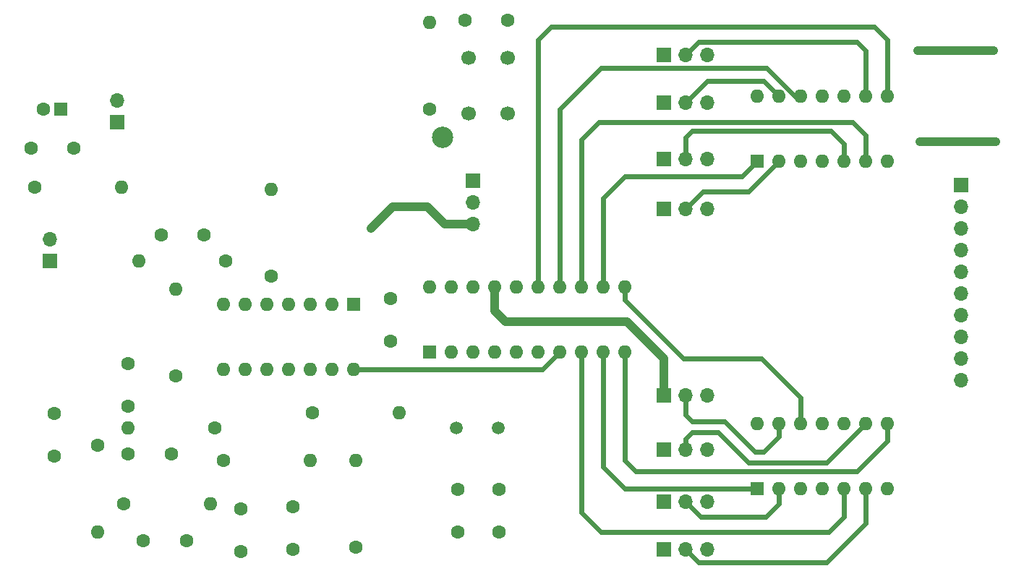
<source format=gbr>
%TF.GenerationSoftware,KiCad,Pcbnew,(6.0.0)*%
%TF.CreationDate,2022-01-24T17:50:55-05:00*%
%TF.ProjectId,VCP200 better,56435032-3030-4206-9265-747465722e6b,rev?*%
%TF.SameCoordinates,Original*%
%TF.FileFunction,Copper,L2,Bot*%
%TF.FilePolarity,Positive*%
%FSLAX46Y46*%
G04 Gerber Fmt 4.6, Leading zero omitted, Abs format (unit mm)*
G04 Created by KiCad (PCBNEW (6.0.0)) date 2022-01-24 17:50:55*
%MOMM*%
%LPD*%
G01*
G04 APERTURE LIST*
%TA.AperFunction,ComponentPad*%
%ADD10C,1.600000*%
%TD*%
%TA.AperFunction,ComponentPad*%
%ADD11R,1.700000X1.700000*%
%TD*%
%TA.AperFunction,ComponentPad*%
%ADD12O,1.700000X1.700000*%
%TD*%
%TA.AperFunction,ComponentPad*%
%ADD13C,2.500000*%
%TD*%
%TA.AperFunction,ComponentPad*%
%ADD14O,1.600000X1.600000*%
%TD*%
%TA.AperFunction,ComponentPad*%
%ADD15C,1.700000*%
%TD*%
%TA.AperFunction,ComponentPad*%
%ADD16R,1.600000X1.600000*%
%TD*%
%TA.AperFunction,ComponentPad*%
%ADD17C,1.500000*%
%TD*%
%TA.AperFunction,ViaPad*%
%ADD18C,0.800000*%
%TD*%
%TA.AperFunction,Conductor*%
%ADD19C,1.000000*%
%TD*%
%TA.AperFunction,Conductor*%
%ADD20C,0.600000*%
%TD*%
G04 APERTURE END LIST*
D10*
%TO.P,C1,1*%
%TO.N,Net-(C1-Pad1)*%
X118359000Y-107228000D03*
%TO.P,C1,2*%
%TO.N,Net-(C1-Pad2)*%
X118359000Y-112228000D03*
%TD*%
%TO.P,C5,1*%
%TO.N,Net-(C5-Pad1)*%
X135885000Y-86360000D03*
%TO.P,C5,2*%
%TO.N,Net-(C5-Pad2)*%
X130885000Y-86360000D03*
%TD*%
D11*
%TO.P,J1,1,Pin_1*%
%TO.N,GND*%
X125725000Y-73157000D03*
D12*
%TO.P,J1,2,Pin_2*%
%TO.N,+5V*%
X125725000Y-70617000D03*
%TD*%
D11*
%TO.P,MIC1,1,-*%
%TO.N,GND*%
X117851000Y-89413000D03*
D12*
%TO.P,MIC1,2,+*%
%TO.N,Net-(C1-Pad1)*%
X117851000Y-86873000D03*
%TD*%
D10*
%TO.P,C6,1*%
%TO.N,GND*%
X140203000Y-123404000D03*
%TO.P,C6,2*%
%TO.N,Net-(C6-Pad2)*%
X140203000Y-118404000D03*
%TD*%
%TO.P,C3,1*%
%TO.N,Net-(C2-Pad2)*%
X132035000Y-112014000D03*
%TO.P,C3,2*%
%TO.N,Net-(C3-Pad2)*%
X127035000Y-112014000D03*
%TD*%
%TO.P,C13,1*%
%TO.N,/RESET*%
X166410000Y-61214000D03*
%TO.P,C13,2*%
%TO.N,GND*%
X171410000Y-61214000D03*
%TD*%
D13*
%TO.P,/RESET,1*%
%TO.N,/RESET*%
X163830000Y-74930000D03*
%TD*%
D10*
%TO.P,R6,1*%
%TO.N,Net-(C4-Pad2)*%
X132583000Y-102870000D03*
D14*
%TO.P,R6,2*%
%TO.N,Net-(C5-Pad1)*%
X132583000Y-92710000D03*
%TD*%
D15*
%TO.P,SW1,1,1*%
%TO.N,/RESET*%
X166914000Y-72084000D03*
%TO.P,SW1,2,2*%
X166914000Y-65584000D03*
%TO.P,SW1,3,K*%
%TO.N,GND*%
X171414000Y-72084000D03*
%TO.P,SW1,4,A*%
X171414000Y-65584000D03*
%TD*%
D10*
%TO.P,R1,1*%
%TO.N,Net-(C1-Pad1)*%
X116073000Y-80772000D03*
D14*
%TO.P,R1,2*%
%TO.N,+5V*%
X126233000Y-80772000D03*
%TD*%
D16*
%TO.P,IC4,1*%
%TO.N,Net-(IC3-Pad9)*%
X200655000Y-116068000D03*
D14*
%TO.P,IC4,2*%
%TO.N,Net-(JU4-Pad2)*%
X203195000Y-116068000D03*
%TO.P,IC4,3*%
%TO.N,/TURN RIGHT{slash}YES-OFF*%
X205735000Y-116068000D03*
%TO.P,IC4,4*%
%TO.N,/GO{slash}ON-NO*%
X208275000Y-116068000D03*
%TO.P,IC4,5*%
%TO.N,Net-(IC3-Pad8)*%
X210815000Y-116068000D03*
%TO.P,IC4,6*%
%TO.N,Net-(JU3-Pad2)*%
X213355000Y-116068000D03*
%TO.P,IC4,7,VSS*%
%TO.N,unconnected-(IC4-Pad7)*%
X215895000Y-116068000D03*
%TO.P,IC4,8*%
%TO.N,Net-(IC3-Pad10)*%
X215895000Y-108448000D03*
%TO.P,IC4,9*%
%TO.N,Net-(IC4-Pad9)*%
X213355000Y-108448000D03*
%TO.P,IC4,10*%
%TO.N,/REVERSE{slash}NOT SURE*%
X210815000Y-108448000D03*
%TO.P,IC4,11*%
%TO.N,/SLOW*%
X208275000Y-108448000D03*
%TO.P,IC4,12*%
%TO.N,Net-(IC3-Pad11)*%
X205735000Y-108448000D03*
%TO.P,IC4,13*%
%TO.N,Net-(IC4-Pad13)*%
X203195000Y-108448000D03*
%TO.P,IC4,14,VDD*%
%TO.N,+5V*%
X200655000Y-108448000D03*
%TD*%
D10*
%TO.P,C10,1*%
%TO.N,GND*%
X170434000Y-121118000D03*
%TO.P,C10,2*%
%TO.N,Net-(C10-Pad2)*%
X170434000Y-116118000D03*
%TD*%
%TO.P,R5,1*%
%TO.N,Net-(C6-Pad2)*%
X143759000Y-91186000D03*
D14*
%TO.P,R5,2*%
%TO.N,+5V*%
X143759000Y-81026000D03*
%TD*%
D11*
%TO.P,JU1,1,Pin_1*%
%TO.N,+5V*%
X167386000Y-80010000D03*
D12*
%TO.P,JU1,2,Pin_2*%
%TO.N,Net-(IC3-Pad19)*%
X167386000Y-82550000D03*
%TO.P,JU1,3,Pin_3*%
%TO.N,GND*%
X167386000Y-85090000D03*
%TD*%
D10*
%TO.P,R10,1*%
%TO.N,Net-(C7-Pad2)*%
X148585000Y-107188000D03*
D14*
%TO.P,R10,2*%
%TO.N,Net-(IC1-Pad14)*%
X158745000Y-107188000D03*
%TD*%
D10*
%TO.P,R3,1*%
%TO.N,Net-(C2-Pad1)*%
X126487000Y-117856000D03*
D14*
%TO.P,R3,2*%
%TO.N,Net-(C2-Pad2)*%
X136647000Y-117856000D03*
%TD*%
D11*
%TO.P,J2,1,Pin_1*%
%TO.N,+5V*%
X224536000Y-80518000D03*
D12*
%TO.P,J2,2,Pin_2*%
%TO.N,/BUCKETS*%
X224536000Y-83058000D03*
%TO.P,J2,3,Pin_3*%
%TO.N,/LEFT TURN*%
X224536000Y-85598000D03*
%TO.P,J2,4,Pin_4*%
%TO.N,/TAXI*%
X224536000Y-88138000D03*
%TO.P,J2,5,Pin_5*%
%TO.N,/STOP*%
X224536000Y-90678000D03*
%TO.P,J2,6,Pin_6*%
%TO.N,/SLOW*%
X224536000Y-93218000D03*
%TO.P,J2,7,Pin_7*%
%TO.N,/REVERSE{slash}NOT SURE*%
X224536000Y-95758000D03*
%TO.P,J2,8,Pin_8*%
%TO.N,/TURN RIGHT{slash}YES-OFF*%
X224536000Y-98298000D03*
%TO.P,J2,9,Pin_9*%
%TO.N,/GO{slash}ON-NO*%
X224536000Y-100838000D03*
%TO.P,J2,10,Pin_10*%
%TO.N,GND*%
X224536000Y-103378000D03*
%TD*%
D16*
%TO.P,IC5,1*%
%TO.N,Net-(IC3-Pad12)*%
X200655000Y-77714000D03*
D14*
%TO.P,IC5,2*%
%TO.N,Net-(IC5-Pad2)*%
X203195000Y-77714000D03*
%TO.P,IC5,3*%
%TO.N,/STOP*%
X205735000Y-77714000D03*
%TO.P,IC5,4*%
%TO.N,/TAXI*%
X208275000Y-77714000D03*
%TO.P,IC5,5*%
%TO.N,Net-(IC5-Pad5)*%
X210815000Y-77714000D03*
%TO.P,IC5,6*%
%TO.N,Net-(IC3-Pad13)*%
X213355000Y-77714000D03*
%TO.P,IC5,7,VSS*%
%TO.N,unconnected-(IC5-Pad7)*%
X215895000Y-77714000D03*
%TO.P,IC5,8*%
%TO.N,Net-(IC3-Pad15)*%
X215895000Y-70094000D03*
%TO.P,IC5,9*%
%TO.N,Net-(JU10-Pad2)*%
X213355000Y-70094000D03*
%TO.P,IC5,10*%
%TO.N,/BUCKETS*%
X210815000Y-70094000D03*
%TO.P,IC5,11*%
%TO.N,/LEFT TURN*%
X208275000Y-70094000D03*
%TO.P,IC5,12*%
%TO.N,Net-(IC3-Pad14)*%
X205735000Y-70094000D03*
%TO.P,IC5,13*%
%TO.N,Net-(JU9-Pad2)*%
X203195000Y-70094000D03*
%TO.P,IC5,14,VDD*%
%TO.N,+5V*%
X200655000Y-70094000D03*
%TD*%
D11*
%TO.P,JU7,1,Pin_1*%
%TO.N,+5V*%
X189753000Y-83312000D03*
D12*
%TO.P,JU7,2,Pin_2*%
%TO.N,Net-(IC5-Pad2)*%
X192293000Y-83312000D03*
%TO.P,JU7,3,Pin_3*%
%TO.N,GND*%
X194833000Y-83312000D03*
%TD*%
D17*
%TO.P,XTAL1,1,1*%
%TO.N,Net-(C10-Pad2)*%
X170344000Y-108966000D03*
%TO.P,XTAL1,2,2*%
%TO.N,Net-(C9-Pad2)*%
X165464000Y-108966000D03*
%TD*%
D11*
%TO.P,JU4,1,Pin_1*%
%TO.N,+5V*%
X189768000Y-117602000D03*
D12*
%TO.P,JU4,2,Pin_2*%
%TO.N,Net-(JU4-Pad2)*%
X192308000Y-117602000D03*
%TO.P,JU4,3,Pin_3*%
%TO.N,GND*%
X194848000Y-117602000D03*
%TD*%
D16*
%TO.P,C11,1*%
%TO.N,+5V*%
X119121000Y-71628000D03*
D10*
%TO.P,C11,2*%
%TO.N,GND*%
X117121000Y-71628000D03*
%TD*%
D11*
%TO.P,JU6,1,Pin_1*%
%TO.N,+5V*%
X189738000Y-105156000D03*
D12*
%TO.P,JU6,2,Pin_2*%
%TO.N,Net-(IC4-Pad13)*%
X192278000Y-105156000D03*
%TO.P,JU6,3,Pin_3*%
%TO.N,GND*%
X194818000Y-105156000D03*
%TD*%
D11*
%TO.P,JU8,1,Pin_1*%
%TO.N,+5V*%
X189753000Y-77470000D03*
D12*
%TO.P,JU8,2,Pin_2*%
%TO.N,Net-(IC5-Pad5)*%
X192293000Y-77470000D03*
%TO.P,JU8,3,Pin_3*%
%TO.N,GND*%
X194833000Y-77470000D03*
%TD*%
D10*
%TO.P,R7,1*%
%TO.N,Net-(C5-Pad1)*%
X138425000Y-89408000D03*
D14*
%TO.P,R7,2*%
%TO.N,Net-(C5-Pad2)*%
X128265000Y-89408000D03*
%TD*%
D16*
%TO.P,IC3,1,GROUND*%
%TO.N,GND*%
X162306000Y-100076000D03*
D14*
%TO.P,IC3,2,V+*%
%TO.N,+5V*%
X164846000Y-100076000D03*
%TO.P,IC3,3,V+*%
X167386000Y-100076000D03*
%TO.P,IC3,4,XTAL*%
%TO.N,Net-(C9-Pad2)*%
X169926000Y-100076000D03*
%TO.P,IC3,5,EXTAL*%
%TO.N,Net-(C10-Pad2)*%
X172466000Y-100076000D03*
%TO.P,IC3,6,GROUND*%
%TO.N,GND*%
X175006000Y-100076000D03*
%TO.P,IC3,7,AUDIO_IN*%
%TO.N,Net-(IC1-Pad14)*%
X177546000Y-100076000D03*
%TO.P,IC3,8,GO/NO-ON*%
%TO.N,Net-(IC3-Pad8)*%
X180086000Y-100076000D03*
%TO.P,IC3,9,TURN_RIGHT/YES/OFF*%
%TO.N,Net-(IC3-Pad9)*%
X182626000Y-100076000D03*
%TO.P,IC3,10,REVERSE/NOT_SURE*%
%TO.N,Net-(IC3-Pad10)*%
X185166000Y-100076000D03*
%TO.P,IC3,11,SLOW*%
%TO.N,Net-(IC3-Pad11)*%
X185166000Y-92456000D03*
%TO.P,IC3,12,STOP*%
%TO.N,Net-(IC3-Pad12)*%
X182626000Y-92456000D03*
%TO.P,IC3,13,RESET*%
%TO.N,Net-(IC3-Pad13)*%
X180086000Y-92456000D03*
%TO.P,IC3,14,LEFT_TURN*%
%TO.N,Net-(IC3-Pad14)*%
X177546000Y-92456000D03*
%TO.P,IC3,15,LIGHTS*%
%TO.N,Net-(IC3-Pad15)*%
X175006000Y-92456000D03*
%TO.P,IC3,16,V+*%
%TO.N,+5V*%
X172466000Y-92456000D03*
%TO.P,IC3,17,V+*%
X169926000Y-92456000D03*
%TO.P,IC3,18,GROUND*%
%TO.N,GND*%
X167386000Y-92456000D03*
%TO.P,IC3,19,MODE*%
%TO.N,Net-(IC3-Pad19)*%
X164846000Y-92456000D03*
%TO.P,IC3,20,/RESET*%
%TO.N,/RESET*%
X162306000Y-92456000D03*
%TD*%
D11*
%TO.P,JU9,1,Pin_1*%
%TO.N,+5V*%
X189753000Y-70866000D03*
D12*
%TO.P,JU9,2,Pin_2*%
%TO.N,Net-(JU9-Pad2)*%
X192293000Y-70866000D03*
%TO.P,JU9,3,Pin_3*%
%TO.N,GND*%
X194833000Y-70866000D03*
%TD*%
D10*
%TO.P,C12,1*%
%TO.N,GND*%
X115665887Y-76200000D03*
%TO.P,C12,2*%
%TO.N,+5V*%
X120665887Y-76200000D03*
%TD*%
D16*
%TO.P,IC1,1*%
%TO.N,unconnected-(IC1-Pad1)*%
X153416000Y-94498000D03*
D14*
%TO.P,IC1,2,-*%
%TO.N,GND*%
X150876000Y-94498000D03*
%TO.P,IC1,3,+*%
X148336000Y-94498000D03*
%TO.P,IC1,4,V+*%
%TO.N,+5V*%
X145796000Y-94498000D03*
%TO.P,IC1,5,+*%
%TO.N,Net-(C6-Pad2)*%
X143256000Y-94498000D03*
%TO.P,IC1,6,-*%
%TO.N,Net-(C5-Pad1)*%
X140716000Y-94498000D03*
%TO.P,IC1,7*%
%TO.N,Net-(C5-Pad2)*%
X138176000Y-94498000D03*
%TO.P,IC1,8*%
%TO.N,Net-(C3-Pad2)*%
X138176000Y-102118000D03*
%TO.P,IC1,9,-*%
%TO.N,Net-(C2-Pad2)*%
X140716000Y-102118000D03*
%TO.P,IC1,10,+*%
%TO.N,Net-(C6-Pad2)*%
X143256000Y-102118000D03*
%TO.P,IC1,11,V-*%
%TO.N,GND*%
X145796000Y-102118000D03*
%TO.P,IC1,12,+*%
%TO.N,Net-(C7-Pad2)*%
X148336000Y-102118000D03*
%TO.P,IC1,13,-*%
%TO.N,Net-(C5-Pad2)*%
X150876000Y-102118000D03*
%TO.P,IC1,14*%
%TO.N,Net-(IC1-Pad14)*%
X153416000Y-102118000D03*
%TD*%
D11*
%TO.P,JU3,1,Pin_1*%
%TO.N,+5V*%
X189768000Y-123190000D03*
D12*
%TO.P,JU3,2,Pin_2*%
%TO.N,Net-(JU3-Pad2)*%
X192308000Y-123190000D03*
%TO.P,JU3,3,Pin_3*%
%TO.N,GND*%
X194848000Y-123190000D03*
%TD*%
D10*
%TO.P,R11,1*%
%TO.N,/RESET*%
X162306000Y-71628000D03*
D14*
%TO.P,R11,2*%
%TO.N,+5V*%
X162306000Y-61468000D03*
%TD*%
D10*
%TO.P,R4,1*%
%TO.N,Net-(C2-Pad2)*%
X137155000Y-108966000D03*
D14*
%TO.P,R4,2*%
%TO.N,Net-(C3-Pad2)*%
X126995000Y-108966000D03*
%TD*%
D10*
%TO.P,C7,1*%
%TO.N,GND*%
X146299000Y-123150000D03*
%TO.P,C7,2*%
%TO.N,Net-(C7-Pad2)*%
X146299000Y-118150000D03*
%TD*%
D11*
%TO.P,JU5,1,Pin_1*%
%TO.N,+5V*%
X189753000Y-111506000D03*
D12*
%TO.P,JU5,2,Pin_2*%
%TO.N,Net-(IC4-Pad9)*%
X192293000Y-111506000D03*
%TO.P,JU5,3,Pin_3*%
%TO.N,GND*%
X194833000Y-111506000D03*
%TD*%
D11*
%TO.P,JU10,1,Pin_1*%
%TO.N,+5V*%
X189753000Y-65278000D03*
D12*
%TO.P,JU10,2,Pin_2*%
%TO.N,Net-(JU10-Pad2)*%
X192293000Y-65278000D03*
%TO.P,JU10,3,Pin_3*%
%TO.N,GND*%
X194833000Y-65278000D03*
%TD*%
D10*
%TO.P,R8,1*%
%TO.N,Net-(C6-Pad2)*%
X138171000Y-112776000D03*
D14*
%TO.P,R8,2*%
%TO.N,Net-(C7-Pad2)*%
X148331000Y-112776000D03*
%TD*%
D10*
%TO.P,R9,1*%
%TO.N,GND*%
X153665000Y-122936000D03*
D14*
%TO.P,R9,2*%
%TO.N,Net-(C7-Pad2)*%
X153665000Y-112776000D03*
%TD*%
D10*
%TO.P,C9,1*%
%TO.N,GND*%
X165608000Y-121118000D03*
%TO.P,C9,2*%
%TO.N,Net-(C9-Pad2)*%
X165608000Y-116118000D03*
%TD*%
%TO.P,C4,1*%
%TO.N,Net-(C3-Pad2)*%
X126995000Y-106386000D03*
%TO.P,C4,2*%
%TO.N,Net-(C4-Pad2)*%
X126995000Y-101386000D03*
%TD*%
%TO.P,C2,1*%
%TO.N,Net-(C2-Pad1)*%
X128813000Y-122174000D03*
%TO.P,C2,2*%
%TO.N,Net-(C2-Pad2)*%
X133813000Y-122174000D03*
%TD*%
%TO.P,R2,1*%
%TO.N,Net-(C1-Pad2)*%
X123439000Y-110998000D03*
D14*
%TO.P,R2,2*%
%TO.N,Net-(C2-Pad1)*%
X123439000Y-121158000D03*
%TD*%
D10*
%TO.P,C8,1*%
%TO.N,GND*%
X157734000Y-98766000D03*
%TO.P,C8,2*%
%TO.N,/RESET*%
X157734000Y-93766000D03*
%TD*%
D18*
%TO.N,GND*%
X228346000Y-64770000D03*
X219456000Y-64770000D03*
X228600000Y-75438000D03*
X219710000Y-75438000D03*
X162052000Y-83058000D03*
X155448000Y-85598000D03*
%TD*%
D19*
%TO.N,GND*%
X157988000Y-83058000D02*
X155448000Y-85598000D01*
X219710000Y-75438000D02*
X228600000Y-75438000D01*
X162052000Y-83058000D02*
X157988000Y-83058000D01*
X219456000Y-64770000D02*
X228346000Y-64770000D01*
X167386000Y-85090000D02*
X164084000Y-85090000D01*
X164084000Y-85090000D02*
X162052000Y-83058000D01*
%TO.N,+5V*%
X169926000Y-95250000D02*
X169926000Y-92456000D01*
X189738000Y-100838000D02*
X185420000Y-96520000D01*
X189738000Y-105156000D02*
X189738000Y-100838000D01*
X185420000Y-96520000D02*
X171196000Y-96520000D01*
X171196000Y-96520000D02*
X169926000Y-95250000D01*
D20*
%TO.N,Net-(IC1-Pad14)*%
X177546000Y-100076000D02*
X175504000Y-102118000D01*
X175504000Y-102118000D02*
X153416000Y-102118000D01*
%TO.N,Net-(IC3-Pad8)*%
X180086000Y-100076000D02*
X180086000Y-118872000D01*
X209042000Y-121158000D02*
X182372000Y-121158000D01*
X210815000Y-119385000D02*
X210815000Y-116068000D01*
X180086000Y-118872000D02*
X182372000Y-121158000D01*
X209042000Y-121158000D02*
X210815000Y-119385000D01*
%TO.N,Net-(IC3-Pad9)*%
X182626000Y-100076000D02*
X182626000Y-113538000D01*
X185176000Y-116068000D02*
X200655000Y-116068000D01*
X185166000Y-116078000D02*
X185176000Y-116068000D01*
X182626000Y-113538000D02*
X185166000Y-116078000D01*
%TO.N,Net-(IC3-Pad10)*%
X212344000Y-114046000D02*
X215895000Y-110495000D01*
X185166000Y-112776000D02*
X186436000Y-114046000D01*
X215895000Y-110495000D02*
X215895000Y-108448000D01*
X185166000Y-100076000D02*
X185166000Y-112776000D01*
X212344000Y-114046000D02*
X186436000Y-114046000D01*
%TO.N,Net-(IC3-Pad11)*%
X185166000Y-93980000D02*
X185166000Y-92456000D01*
X205735000Y-105405000D02*
X201168000Y-100838000D01*
X205735000Y-108448000D02*
X205735000Y-105405000D01*
X201168000Y-100838000D02*
X192024000Y-100838000D01*
X192024000Y-100838000D02*
X185166000Y-93980000D01*
%TO.N,Net-(IC3-Pad12)*%
X200655000Y-77714000D02*
X198867000Y-79502000D01*
X182626000Y-82042000D02*
X182626000Y-92456000D01*
X185166000Y-79502000D02*
X182626000Y-82042000D01*
X198867000Y-79502000D02*
X185166000Y-79502000D01*
%TO.N,Net-(IC3-Pad13)*%
X180086000Y-75184000D02*
X182118000Y-73152000D01*
X211836000Y-73152000D02*
X213355000Y-74671000D01*
X180086000Y-92456000D02*
X180086000Y-75184000D01*
X211836000Y-73152000D02*
X182118000Y-73152000D01*
X213355000Y-74671000D02*
X213355000Y-77714000D01*
%TO.N,Net-(IC3-Pad14)*%
X182372000Y-66802000D02*
X177546000Y-71628000D01*
X177546000Y-71628000D02*
X177546000Y-92456000D01*
X205032787Y-70094000D02*
X201740787Y-66802000D01*
X205735000Y-70094000D02*
X205032787Y-70094000D01*
X201740787Y-66802000D02*
X182372000Y-66802000D01*
%TO.N,Net-(IC3-Pad15)*%
X215895000Y-63495000D02*
X214376000Y-61976000D01*
X214376000Y-61976000D02*
X176530000Y-61976000D01*
X176530000Y-61976000D02*
X175006000Y-63500000D01*
X175006000Y-63500000D02*
X175006000Y-92456000D01*
X215895000Y-70094000D02*
X215895000Y-63495000D01*
%TO.N,Net-(IC4-Pad9)*%
X193040000Y-109474000D02*
X196088000Y-109474000D01*
X192293000Y-110221000D02*
X193040000Y-109474000D01*
X208773000Y-113030000D02*
X199644000Y-113030000D01*
X192293000Y-111506000D02*
X192293000Y-110221000D01*
X213355000Y-108448000D02*
X208773000Y-113030000D01*
X196088000Y-109474000D02*
X199644000Y-113030000D01*
%TO.N,Net-(IC4-Pad13)*%
X201422000Y-111760000D02*
X203195000Y-109987000D01*
X192278000Y-105156000D02*
X192278000Y-107442000D01*
X196850000Y-108204000D02*
X200406000Y-111760000D01*
X203195000Y-109987000D02*
X203195000Y-108448000D01*
X201422000Y-111760000D02*
X200406000Y-111760000D01*
X192278000Y-107442000D02*
X193040000Y-108204000D01*
X193040000Y-108204000D02*
X196850000Y-108204000D01*
%TO.N,Net-(IC5-Pad2)*%
X199629000Y-81280000D02*
X203195000Y-77714000D01*
X199629000Y-81280000D02*
X194325000Y-81280000D01*
X192293000Y-83312000D02*
X194325000Y-81280000D01*
%TO.N,Net-(JU9-Pad2)*%
X201427000Y-68326000D02*
X203195000Y-70094000D01*
X192293000Y-70866000D02*
X194833000Y-68326000D01*
X201427000Y-68326000D02*
X194833000Y-68326000D01*
%TO.N,Net-(JU10-Pad2)*%
X212344000Y-63754000D02*
X213355000Y-64765000D01*
X213355000Y-64765000D02*
X213355000Y-70094000D01*
X192293000Y-65278000D02*
X193817000Y-63754000D01*
X212344000Y-63754000D02*
X193817000Y-63754000D01*
%TO.N,Net-(IC5-Pad5)*%
X192293000Y-77470000D02*
X192293000Y-74915000D01*
X209296000Y-74168000D02*
X210815000Y-75687000D01*
X192293000Y-74915000D02*
X193040000Y-74168000D01*
X209296000Y-74168000D02*
X193040000Y-74168000D01*
X210815000Y-75687000D02*
X210815000Y-77714000D01*
%TO.N,Net-(JU4-Pad2)*%
X201676000Y-119380000D02*
X203195000Y-117861000D01*
X192308000Y-117602000D02*
X194086000Y-119380000D01*
X194086000Y-119380000D02*
X201676000Y-119380000D01*
X203195000Y-117861000D02*
X203195000Y-116068000D01*
%TO.N,Net-(JU3-Pad2)*%
X208788000Y-124714000D02*
X213355000Y-120147000D01*
X208788000Y-124714000D02*
X193832000Y-124714000D01*
X213355000Y-120147000D02*
X213355000Y-116068000D01*
X192308000Y-123190000D02*
X193832000Y-124714000D01*
%TD*%
M02*

</source>
